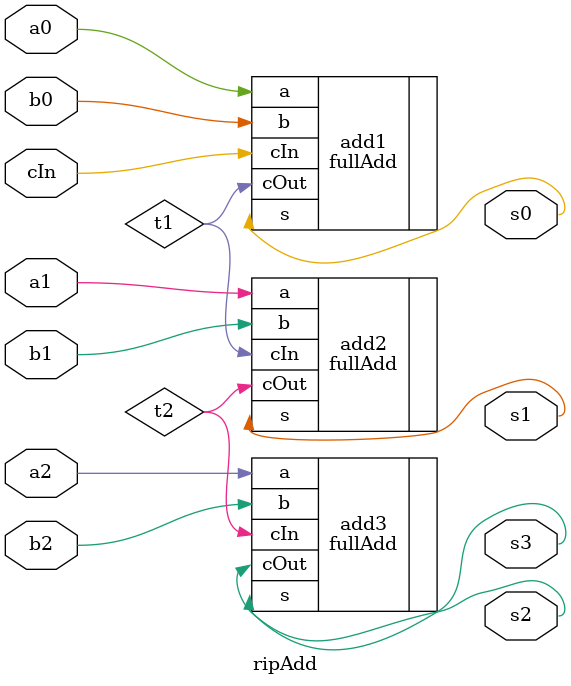
<source format=v>
`timescale 1ns / 1ps


module ripAdd(
    input a0,
    input b0,
    input a1,
    input b1,
    input a2,
    input b2,
    input cIn,
    output s0,
    output s1,
    output s2,
    output s3
    );
    
    wire t1, t2;
    fullAdd add1(.a(a0), .b(b0), .cIn(cIn) , .cOut(t1), .s(s0));
    fullAdd add2(.a(a1), .b(b1), .cIn(t1) , .cOut(t2), .s(s1));
    fullAdd add3(.a(a2), .b(b2), .cIn(t2) , .cOut(s3), .s(s2));
endmodule



</source>
